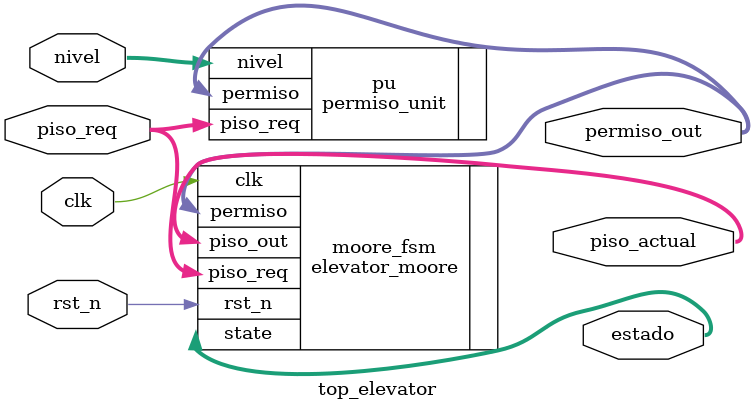
<source format=v>
`timescale 1ns / 1ps

// top_elevator.v
// Conecta el generador de permisos y la FSM Moore

module top_elevator(
    input  wire        clk,           // Reloj
    input  wire        rst_n,         // Reset activo en bajo
    input  wire [3:0]  nivel,         // Piso actual (one-hot)
    input  wire [3:0]  piso_req,      // Pisos solicitados (one-hot)
    output wire [3:0]  permiso_out,   // Vector de permisos generados
    output wire [1:0]  estado,        // Estado actual codificado
    output wire [3:0]  piso_actual    // Piso actual en formato one-hot
);

    // Instancia del generador de permisos
    permiso_unit pu (
        .nivel(nivel),
        .piso_req(piso_req),
        .permiso(permiso_out)
    );

    // Instancia de la FSM Moore
    elevator_moore moore_fsm (
        .clk(clk),
        .rst_n(rst_n),
        .permiso(permiso_out),
        .piso_req(piso_req),
        .state(estado),
        .piso_out(piso_actual)
    );
endmodule

</source>
